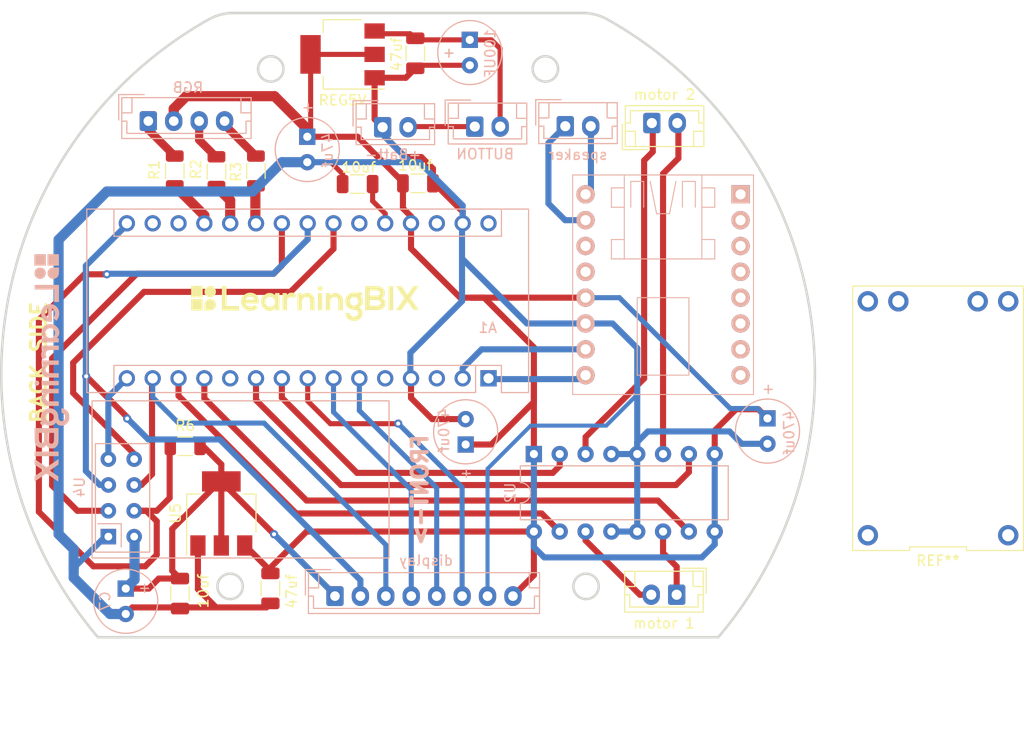
<source format=kicad_pcb>
(kicad_pcb (version 20221018) (generator pcbnew)
  (layers (0 "F.Cu" signal) (31 "B.Cu" signal) (34 "B.Paste" user) (35 "F.Paste" user) (36 "B.SilkS" user "B.Silkscreen") (37 "F.SilkS" user "F.Silkscreen") (38 "B.Mask" user) (39 "F.Mask" user) (44 "Edge.Cuts" user))
  (net 0 "")
  (net 1 "/3V3+")
  (net 2 "Net-(A1-Pad18)")
  (net 3 "Net-(A1-Pad3)")
  (net 4 "Net-(A1-Pad19)")
  (net 5 "/5V-")
  (net 6 "Net-(A1-Pad20)")
  (net 7 "/LEFT_MOTOR_A")
  (net 8 "Net-(A1-Pad21)")
  (net 9 "/NRF_CE")
  (net 10 "/NRF_CS")
  (net 11 "/LEFT_MOTOR_1_SIG")
  (net 12 "/NRF_IRQ")
  (net 13 "/LEFT_MOTOR_2_SIG")
  (net 14 "Net-(A1-Pad25)")
  (net 15 "Net-(A1-Pad26)")
  (net 16 "/RIGHT_MOTOR_B")
  (net 17 "/5V+")
  (net 18 "/RIGHT_MOTOR_1_SIG")
  (net 19 "/RIGHT_MOTOR_2_SIG")
  (net 20 "/NRF_MOSI")
  (net 21 "Net-(A1-Pad30)")
  (net 22 "/NRF_MISO")
  (net 23 "/NRF_SCK")
  (net 24 "Net-(D1-Pad1)")
  (net 25 "Net-(D1-Pad3)")
  (net 26 "Net-(D1-Pad4)")
  (net 27 "/RIGHT_MOTOR_2_DRIV")
  (net 28 "/RIGHT_MOTOR_1_DRIV")
  (net 29 "/LEFT_MOTOR_1_DRIV")
  (net 30 "/LEFT_MOTOR_2_DRIV")
  (net 31 "Net-(A1-Pad28)")
  (net 32 "Net-(A1-Pad17)")
  (net 33 "spk+")
  (net 34 "spk-")
  (net 35 "tx")
  (net 36 "rx")
  (net 37 "rst")
  (net 38 "A0")
  (net 39 "cs")
  (net 40 "batt+")
  (footprint "Capacitor_SMD:C_1206_3216Metric" (layer "F.Cu") (at 219.23 67.11)
    (fp_text reference "10uf" (at -0.254 -1.778) (layer "F.SilkS"))
    (fp_text value "0.1nF")
    (pad "1" smd roundrect (at -1.475 0) (size 1.15 1.8) (layers "F.Cu" "F.Paste" "F.Mask") (roundrect_rratio 0.2173913043) (net 17 "/5V+"))
    (pad "2" smd roundrect (at 1.475 0) (size 1.15 1.8) (layers "F.Cu" "F.Paste" "F.Mask") (roundrect_rratio 0.2173913043) (net 5 "/5V-"))
  )
  (footprint "Capacitor_SMD:C_1206_3216Metric" (layer "F.Cu") (at 213.3 67.18 180)
    (fp_text reference "10uf" (at -0.12 1.64) (layer "F.SilkS"))
    (fp_text value "0.1nF")
    (pad "1" smd roundrect (at -1.475 0 180) (size 1.15 1.8) (layers "F.Cu" "F.Paste" "F.Mask") (roundrect_rratio 0.2173913043) (net 15 "Net-(A1-Pad26)"))
    (pad "2" smd roundrect (at 1.475 0 180) (size 1.15 1.8) (layers "F.Cu" "F.Paste" "F.Mask") (roundrect_rratio 0.2173913043) (net 5 "/5V-"))
  )
  (footprint "Resistor_SMD:R_1206_3216Metric" (layer "F.Cu") (at 195.32 65.89 -90)
    (fp_text reference "R1" (at -0.09 2.02 -270) (layer "F.SilkS"))
    (fp_text value "220E")
    (pad "1" smd roundrect (at -1.4625 0 270) (size 1.125 1.75) (layers "F.Cu" "F.Paste" "F.Mask") (roundrect_rratio 0.2222222222) (net 24 "Net-(D1-Pad1)"))
    (pad "2" smd roundrect (at 1.4625 0 270) (size 1.125 1.75) (layers "F.Cu" "F.Paste" "F.Mask") (roundrect_rratio 0.2222222222) (net 4 "Net-(A1-Pad19)"))
  )
  (footprint "Resistor_SMD:R_1206_3216Metric" (layer "F.Cu") (at 199.42 65.96 -90)
    (fp_text reference "R2" (at -0.23 2.02 -90) (layer "F.SilkS"))
    (fp_text value "220E")
    (pad "1" smd roundrect (at -1.4625 0 270) (size 1.125 1.75) (layers "F.Cu" "F.Paste" "F.Mask") (roundrect_rratio 0.2222222222) (net 25 "Net-(D1-Pad3)"))
    (pad "2" smd roundrect (at 1.4625 0 270) (size 1.125 1.75) (layers "F.Cu" "F.Paste" "F.Mask") (roundrect_rratio 0.2222222222) (net 6 "Net-(A1-Pad20)"))
  )
  (footprint "Resistor_SMD:R_1206_3216Metric" (layer "F.Cu") (at 203.3 65.89 -90)
    (fp_text reference "R3" (at 0.1 1.96 90) (layer "F.SilkS"))
    (fp_text value "220E")
    (pad "1" smd roundrect (at -1.4625 0 270) (size 1.125 1.75) (layers "F.Cu" "F.Paste" "F.Mask") (roundrect_rratio 0.2222222222) (net 26 "Net-(D1-Pad4)"))
    (pad "2" smd roundrect (at 1.4625 0 270) (size 1.125 1.75) (layers "F.Cu" "F.Paste" "F.Mask") (roundrect_rratio 0.2222222222) (net 8 "Net-(A1-Pad21)"))
  )
  (footprint "Capacitor_SMD:C_1206_3216Metric" (layer "F.Cu") (at 195.834 107.442 -90)
    (fp_text reference "10uf" (at -0.254 -2.286 90) (layer "F.SilkS"))
    (fp_text value "0.1nF")
    (pad "1" smd roundrect (at -1.475 0 270) (size 1.15 1.8) (layers "F.Cu" "F.Paste" "F.Mask") (roundrect_rratio 0.2173913043) (net 1 "/3V3+"))
    (pad "2" smd roundrect (at 1.475 0 270) (size 1.15 1.8) (layers "F.Cu" "F.Paste" "F.Mask") (roundrect_rratio 0.2173913043) (net 5 "/5V-"))
  )
  (footprint "Connector_JST:JST_EH_B2B-EH-A_1x02_P2.50mm_Vertical" (layer "F.Cu") (at 244.67 107.56 180)
    (fp_text reference "motor 1" (at 1.25 -2.8) (layer "F.SilkS"))
    (fp_text value "RIGHT_MOTOR_SOCKET")
    (pad "1" thru_hole roundrect (at 0 0 180) (size 1.7 2) (drill 1) (layers "*.Cu" "*.Mask") (roundrect_rratio 0.1470588235) (net 28 "/RIGHT_MOTOR_1_DRIV"))
    (pad "2" thru_hole oval (at 2.5 0 180) (size 1.7 2) (drill 1) (layers "*.Cu" "*.Mask") (net 27 "/RIGHT_MOTOR_2_DRIV"))
  )
  (footprint "Resistor_SMD:R_1206_3216Metric" (layer "F.Cu") (at 196.342 92.964)
    (fp_text reference "R6" (at 0 -2.032) (layer "F.SilkS"))
    (fp_text value "10K")
    (pad "1" smd roundrect (at -1.4625 0) (size 1.125 1.75) (layers "F.Cu" "F.Paste" "F.Mask") (roundrect_rratio 0.2222222222) (net 10 "/NRF_CS"))
    (pad "2" smd roundrect (at 1.4625 0) (size 1.125 1.75) (layers "F.Cu" "F.Paste" "F.Mask") (roundrect_rratio 0.2222222222) (net 1 "/3V3+"))
  )
  (footprint "Connector_JST:JST_EH_B2B-EH-A_1x02_P2.50mm_Vertical" (layer "F.Cu") (at 242.23 61.18)
    (fp_text reference "motor 2" (at 1.25 -2.8) (layer "F.SilkS"))
    (fp_text value "LEFT_MOTOR_SOCKET")
    (pad "1" thru_hole roundrect (at 0 0) (size 1.7 2) (drill 1) (layers "*.Cu" "*.Mask") (roundrect_rratio 0.1470588235) (net 29 "/LEFT_MOTOR_1_DRIV"))
    (pad "2" thru_hole oval (at 2.5 0) (size 1.7 2) (drill 1) (layers "*.Cu" "*.Mask") (net 30 "/LEFT_MOTOR_2_DRIV"))
  )
  (footprint "legends_icons:logo_medium" (layer "F.Cu") (at 207.75 79.07)
    (fp_text reference "Ref**" hide)
    (fp_text value "logo_mid" hide)
  )
  (footprint "Capacitor_SMD:C_1206_3216Metric" (layer "F.Cu") (at 204.724 106.934 -90)
    (fp_text reference "47uf" (at 0.296 -2.076 90) (layer "F.SilkS"))
    (fp_text value "0.1nF")
    (pad "1" smd roundrect (at -1.475 0 270) (size 1.15 1.8) (layers "F.Cu" "F.Paste" "F.Mask") (roundrect_rratio 0.2173913043) (net 17 "/5V+"))
    (pad "2" smd roundrect (at 1.475 0 270) (size 1.15 1.8) (layers "F.Cu" "F.Paste" "F.Mask") (roundrect_rratio 0.2173913043) (net 5 "/5V-"))
  )
  (footprint "Package_TO_SOT_SMD:SOT-223-3_TabPin2" (layer "F.Cu") (at 199.898 99.568 90)
    (fp_text reference "U5" (at 0 -4.5 90) (layer "F.SilkS"))
    (fp_text value "AMS1117-3.3")
    (pad "1" smd rect (at -3.15 -2.3 90) (size 2 1.5) (layers "F.Cu" "F.Paste" "F.Mask") (net 5 "/5V-"))
    (pad "2" smd rect (at -3.15 0 90) (size 2 1.5) (layers "F.Cu" "F.Paste" "F.Mask") (net 1 "/3V3+"))
    (pad "2" smd rect (at 3.15 0 90) (size 2 3.8) (layers "F.Cu" "F.Paste" "F.Mask") (net 1 "/3V3+"))
    (pad "3" smd rect (at -3.15 2.3 90) (size 2 1.5) (layers "F.Cu" "F.Paste" "F.Mask") (net 17 "/5V+"))
  )
  (footprint "Capacitor_SMD:C_1206_3216Metric" (layer "F.Cu") (at 218.97 54.32 -90)
    (fp_text reference "47uf" (at 0.1 1.84 90) (layer "F.SilkS"))
    (fp_text value "0.1nF")
    (pad "1" smd roundrect (at -1.475 0 270) (size 1.15 1.8) (layers "F.Cu" "F.Paste" "F.Mask") (roundrect_rratio 0.2173913043) (net 40 "batt+"))
    (pad "2" smd roundrect (at 1.475 0 270) (size 1.15 1.8) (layers "F.Cu" "F.Paste" "F.Mask") (roundrect_rratio 0.2173913043) (net 5 "/5V-"))
  )
  (footprint "Package_TO_SOT_SMD:SOT-223-3_TabPin2" (layer "F.Cu") (at 211.82 54.43 180)
    (fp_text reference "REG5V" (at 0 -4.5) (layer "F.SilkS"))
    (fp_text value "AMS1117-3.3")
    (pad "1" smd rect (at -3.15 -2.3 180) (size 2 1.5) (layers "F.Cu" "F.Paste" "F.Mask") (net 5 "/5V-"))
    (pad "2" smd rect (at -3.15 0 180) (size 2 1.5) (layers "F.Cu" "F.Paste" "F.Mask") (net 17 "/5V+"))
    (pad "2" smd rect (at 3.15 0 180) (size 2 3.8) (layers "F.Cu" "F.Paste" "F.Mask") (net 17 "/5V+"))
    (pad "3" smd rect (at -3.15 2.3 180) (size 2 1.5) (layers "F.Cu" "F.Paste" "F.Mask") (net 40 "batt+"))
  )
  (footprint "CHARGING MODULE:TP4056_MODULE" (layer "F.Cu") (at 270.37 90.21 90)
    (fp_text reference "REF**" (at -14 0) (layer "F.SilkS"))
    (fp_text value "TP4056_BREAKOUT")
    (pad "1" thru_hole circle (at -11.5 -6.9 90) (size 2 2) (drill 1.2) (layers "*.Cu" "*.Mask"))
    (pad "2" thru_hole circle (at -11.5 6.9 90) (size 2 2) (drill 1.2) (layers "*.Cu" "*.Mask"))
    (pad "3" thru_hole circle (at 11.5 -3.9 90) (size 2 2) (drill 1.2) (layers "*.Cu" "*.Mask"))
    (pad "4" thru_hole circle (at 11.5 3.9 90) (size 2 2) (drill 1.2) (layers "*.Cu" "*.Mask"))
    (pad "5" thru_hole circle (at 11.5 -6.9 90) (size 2 2) (drill 1.2) (layers "*.Cu" "*.Mask"))
    (pad "6" thru_hole circle (at 11.5 6.9 90) (size 2 2) (drill 1.2) (layers "*.Cu" "*.Mask"))
  )
  (footprint "capacitor_footprint:100uf_25v" (layer "B.Cu") (at 208.35 63.78 -90)
    (fp_text reference "47uf" (at 0.07202 -2.0037 90) (layer "B.SilkS") (effects (justify mirror)))
    (fp_text value "100uF25V")
    (fp_text user "+" (at -4.1021 -0.00762 90) (layer "B.SilkS") (effects (justify mirror)))
    (pad "1" thru_hole rect (at -1.25 0 270) (size 1.6 1.6) (drill 0.8) (layers "*.Cu" "*.Mask") (net 17 "/5V+"))
    (pad "2" thru_hole circle (at 1.25 0 270) (size 1.6 1.6) (drill 0.8) (layers "*.Cu" "*.Mask") (net 5 "/5V-"))
  )
  (footprint "capacitor_footprint:100uf_25v" (layer "B.Cu") (at 253.6 91.47 -90)
    (fp_text reference "470uf" (at 0.15 -2.13 90) (layer "B.SilkS") (effects (justify mirror)))
    (fp_text value "100uF25V")
    (fp_text user "+" (at -4.1021 -0.00762 90) (layer "B.SilkS") (effects (justify mirror)))
    (pad "1" thru_hole rect (at -1.25 0 270) (size 1.6 1.6) (drill 0.8) (layers "*.Cu" "*.Mask") (net 17 "/5V+"))
    (pad "2" thru_hole circle (at 1.25 0 270) (size 1.6 1.6) (drill 0.8) (layers "*.Cu" "*.Mask") (net 5 "/5V-"))
  )
  (footprint "capacitor_footprint:100uf_25v" (layer "B.Cu") (at 190.5 108.204 -90)
    (fp_text reference "C7" (at 0 2.032 270) (layer "B.SilkS") (effects (justify mirror)))
    (fp_text value "100uF25V")
    (fp_text user "+" (at -1.27 -1.778 90) (layer "B.SilkS") (effects (justify mirror)))
    (pad "1" thru_hole rect (at -1.25 0 270) (size 1.6 1.6) (drill 0.8) (layers "*.Cu" "*.Mask") (net 1 "/3V3+"))
    (pad "2" thru_hole circle (at 1.25 0 270) (size 1.6 1.6) (drill 0.8) (layers "*.Cu" "*.Mask") (net 5 "/5V-"))
  )
  (footprint "Connector_JST:JST_EH_B4B-EH-A_1x04_P2.50mm_Vertical" (layer "B.Cu") (at 192.72 60.99)
    (fp_text reference "RGB" (at 3.9 -3.3 180) (layer "B.SilkS") (effects (justify mirror)))
    (fp_text value "LED_RAGB")
    (pad "1" thru_hole roundrect (at 0 0) (size 1.7 1.95) (drill 0.95) (layers "*.Cu" "*.Mask") (roundrect_rratio 0.1470588235) (net 24 "Net-(D1-Pad1)"))
    (pad "2" thru_hole oval (at 2.5 0) (size 1.7 1.95) (drill 0.95) (layers "*.Cu" "*.Mask") (net 17 "/5V+"))
    (pad "3" thru_hole oval (at 5 0) (size 1.7 1.95) (drill 0.95) (layers "*.Cu" "*.Mask") (net 25 "Net-(D1-Pad3)"))
    (pad "4" thru_hole oval (at 7.5 0) (size 1.7 1.95) (drill 0.95) (layers "*.Cu" "*.Mask") (net 26 "Net-(D1-Pad4)"))
  )
  (footprint "nano:Arduino_Nano" (layer "B.Cu") (at 226.17 86.28 90)
    (fp_text reference "A1" (at 4.98 -0.08 180) (layer "B.SilkS") (effects (justify mirror)))
    (fp_text value "Arduino_Nano_Every")
    (pad "1" thru_hole rect (at 0 0 90) (size 1.6 1.6) (drill 1) (layers "*.Cu" "*.Mask") (net 36 "rx"))
    (pad "2" thru_hole oval (at 0 -2.54 90) (size 1.6 1.6) (drill 1) (layers "*.Cu" "*.Mask") (net 35 "tx"))
    (pad "3" thru_hole oval (at 0 -5.08 90) (size 1.6 1.6) (drill 1) (layers "*.Cu" "*.Mask") (net 3 "Net-(A1-Pad3)"))
    (pad "4" thru_hole oval (at 0 -7.62 90) (size 1.6 1.6) (drill 1) (layers "*.Cu" "*.Mask") (net 5 "/5V-"))
    (pad "5" thru_hole oval (at 0 -10.16 90) (size 1.6 1.6) (drill 1) (layers "*.Cu" "*.Mask") (net 7 "/LEFT_MOTOR_A"))
    (pad "6" thru_hole oval (at 0 -12.7 90) (size 1.6 1.6) (drill 1) (layers "*.Cu" "*.Mask") (net 37 "rst"))
    (pad "7" thru_hole oval (at 0 -15.24 90) (size 1.6 1.6) (drill 1) (layers "*.Cu" "*.Mask") (net 38 "A0"))
    (pad "8" thru_hole oval (at 0 -17.78 90) (size 1.6 1.6) (drill 1) (layers "*.Cu" "*.Mask") (net 39 "cs"))
    (pad "9" thru_hole oval (at 0 -20.32 90) (size 1.6 1.6) (drill 1) (layers "*.Cu" "*.Mask") (net 11 "/LEFT_MOTOR_1_SIG"))
    (pad "10" thru_hole oval (at 0 -22.86 90) (size 1.6 1.6) (drill 1) (layers "*.Cu" "*.Mask") (net 13 "/LEFT_MOTOR_2_SIG"))
    (pad "11" thru_hole oval (at 0 -25.4 90) (size 1.6 1.6) (drill 1) (layers "*.Cu" "*.Mask") (net 16 "/RIGHT_MOTOR_B"))
    (pad "12" thru_hole oval (at 0 -27.94 90) (size 1.6 1.6) (drill 1) (layers "*.Cu" "*.Mask") (net 18 "/RIGHT_MOTOR_1_SIG"))
    (pad "13" thru_hole oval (at 0 -30.48 90) (size 1.6 1.6) (drill 1) (layers "*.Cu" "*.Mask") (net 19 "/RIGHT_MOTOR_2_SIG"))
    (pad "14" thru_hole oval (at 0 -33.02 90) (size 1.6 1.6) (drill 1) (layers "*.Cu" "*.Mask") (net 20 "/NRF_MOSI"))
    (pad "15" thru_hole oval (at 0 -35.56 90) (size 1.6 1.6) (drill 1) (layers "*.Cu" "*.Mask") (net 22 "/NRF_MISO"))
    (pad "16" thru_hole oval (at 15.24 -35.56 90) (size 1.6 1.6) (drill 1) (layers "*.Cu" "*.Mask") (net 23 "/NRF_SCK"))
    (pad "17" thru_hole oval (at 15.24 -33.02 90) (size 1.6 1.6) (drill 1) (layers "*.Cu" "*.Mask") (net 32 "Net-(A1-Pad17)"))
    (pad "18" thru_hole oval (at 15.24 -30.48 90) (size 1.6 1.6) (drill 1) (layers "*.Cu" "*.Mask") (net 2 "Net-(A1-Pad18)"))
    (pad "19" thru_hole oval (at 15.24 -27.94 90) (size 1.6 1.6) (drill 1) (layers "*.Cu" "*.Mask") (net 4 "Net-(A1-Pad19)"))
    (pad "20" thru_hole oval (at 15.24 -25.4 90) (size 1.6 1.6) (drill 1) (layers "*.Cu" "*.Mask") (net 6 "Net-(A1-Pad20)"))
    (pad "21" thru_hole oval (at 15.24 -22.86 90) (size 1.6 1.6) (drill 1) (layers "*.Cu" "*.Mask") (net 8 "Net-(A1-Pad21)"))
    (pad "22" thru_hole oval (at 15.24 -20.32 90) (size 1.6 1.6) (drill 1) (layers "*.Cu" "*.Mask") (net 9 "/NRF_CE"))
    (pad "23" thru_hole oval (at 15.24 -17.78 90) (size 1.6 1.6) (drill 1) (layers "*.Cu" "*.Mask") (net 10 "/NRF_CS"))
    (pad "24" thru_hole oval (at 15.24 -15.24 90) (size 1.6 1.6) (drill 1) (layers "*.Cu" "*.Mask") (net 12 "/NRF_IRQ"))
    (pad "25" thru_hole oval (at 15.24 -12.7 90) (size 1.6 1.6) (drill 1) (layers "*.Cu" "*.Mask") (net 14 "Net-(A1-Pad25)"))
    (pad "26" thru_hole oval (at 15.24 -10.16 90) (size 1.6 1.6) (drill 1) (layers "*.Cu" "*.Mask") (net 15 "Net-(A1-Pad26)"))
    (pad "27" thru_hole oval (at 15.24 -7.62 90) (size 1.6 1.6) (drill 1) (layers "*.Cu" "*.Mask") (net 17 "/5V+"))
    (pad "28" thru_hole oval (at 15.24 -5.08 90) (size 1.6 1.6) (drill 1) (layers "*.Cu" "*.Mask") (net 31 "Net-(A1-Pad28)"))
    (pad "29" thru_hole oval (at 15.24 -2.54 90) (size 1.6 1.6) (drill 1) (layers "*.Cu" "*.Mask") (net 5 "/5V-"))
    (pad "30" thru_hole oval (at 15.24 0 90) (size 1.6 1.6) (drill 1) (layers "*.Cu" "*.Mask") (net 21 "Net-(A1-Pad30)"))
  )
  (footprint "nrf24l01:nRF24L01_Breakout" (layer "B.Cu") (at 188.7895 101.8457)
    (fp_text reference "U4" (at -2.8321 -4.8641 90) (layer "B.SilkS") (effects (justify mirror)))
    (fp_text value "NRF24L01_Breakout")
    (pad "1" thru_hole rect (at 0 0) (size 1.524 1.524) (drill 0.762) (layers "*.Cu" "*.Mask") (net 5 "/5V-"))
    (pad "2" thru_hole circle (at 2.54 0) (size 1.524 1.524) (drill 0.762) (layers "*.Cu" "*.Mask") (net 1 "/3V3+"))
    (pad "3" thru_hole circle (at 0 -2.54) (size 1.524 1.524) (drill 0.762) (layers "*.Cu" "*.Mask") (net 9 "/NRF_CE"))
    (pad "4" thru_hole circle (at 2.54 -2.54) (size 1.524 1.524) (drill 0.762) (layers "*.Cu" "*.Mask") (net 10 "/NRF_CS"))
    (pad "5" thru_hole circle (at 0 -5.08) (size 1.524 1.524) (drill 0.762) (layers "*.Cu" "*.Mask") (net 23 "/NRF_SCK"))
    (pad "6" thru_hole circle (at 2.54 -5.08) (size 1.524 1.524) (drill 0.762) (layers "*.Cu" "*.Mask") (net 20 "/NRF_MOSI"))
    (pad "7" thru_hole circle (at 0 -7.62) (size 1.524 1.524) (drill 0.762) (layers "*.Cu" "*.Mask") (net 22 "/NRF_MISO"))
    (pad "8" thru_hole circle (at 2.54 -7.62) (size 1.524 1.524) (drill 0.762) (layers "*.Cu" "*.Mask") (net 12 "/NRF_IRQ"))
  )
  (footprint "Package_DIP:DIP-16_W7.62mm" (layer "B.Cu") (at 230.632 93.726 -90)
    (fp_text reference "U2" (at 3.81 2.33 90) (layer "B.SilkS") (effects (justify mirror)))
    (fp_text value "L293D")
    (pad "1" thru_hole rect (at 0 0 270) (size 1.6 1.6) (drill 0.8) (layers "*.Cu" "*.Mask") (net 17 "/5V+"))
    (pad "2" thru_hole oval (at 0 -2.54 270) (size 1.6 1.6) (drill 0.8) (layers "*.Cu" "*.Mask") (net 11 "/LEFT_MOTOR_1_SIG"))
    (pad "3" thru_hole oval (at 0 -5.08 270) (size 1.6 1.6) (drill 0.8) (layers "*.Cu" "*.Mask") (net 29 "/LEFT_MOTOR_1_DRIV"))
    (pad "4" thru_hole oval (at 0 -7.62 270) (size 1.6 1.6) (drill 0.8) (layers "*.Cu" "*.Mask") (net 5 "/5V-"))
    (pad "5" thru_hole oval (at 0 -10.16 270) (size 1.6 1.6) (drill 0.8) (layers "*.Cu" "*.Mask") (net 5 "/5V-"))
    (pad "6" thru_hole oval (at 0 -12.7 270) (size 1.6 1.6) (drill 0.8) (layers "*.Cu" "*.Mask") (net 30 "/LEFT_MOTOR_2_DRIV"))
    (pad "7" thru_hole oval (at 0 -15.24 270) (size 1.6 1.6) (drill 0.8) (layers "*.Cu" "*.Mask") (net 13 "/LEFT_MOTOR_2_SIG"))
    (pad "8" thru_hole oval (at 0 -17.78 270) (size 1.6 1.6) (drill 0.8) (layers "*.Cu" "*.Mask") (net 17 "/5V+"))
    (pad "9" thru_hole oval (at 7.62 -17.78 270) (size 1.6 1.6) (drill 0.8) (layers "*.Cu" "*.Mask") (net 17 "/5V+"))
    (pad "10" thru_hole oval (at 7.62 -15.24 270) (size 1.6 1.6) (drill 0.8) (layers "*.Cu" "*.Mask") (net 18 "/RIGHT_MOTOR_1_SIG"))
    (pad "11" thru_hole oval (at 7.62 -12.7 270) (size 1.6 1.6) (drill 0.8) (layers "*.Cu" "*.Mask") (net 28 "/RIGHT_MOTOR_1_DRIV"))
    (pad "12" thru_hole oval (at 7.62 -10.16 270) (size 1.6 1.6) (drill 0.8) (layers "*.Cu" "*.Mask") (net 5 "/5V-"))
    (pad "13" thru_hole oval (at 7.62 -7.62 270) (size 1.6 1.6) (drill 0.8) (layers "*.Cu" "*.Mask") (net 5 "/5V-"))
    (pad "14" thru_hole oval (at 7.62 -5.08 270) (size 1.6 1.6) (drill 0.8) (layers "*.Cu" "*.Mask") (net 27 "/RIGHT_MOTOR_2_DRIV"))
    (pad "15" thru_hole oval (at 7.62 -2.54 270) (size 1.6 1.6) (drill 0.8) (layers "*.Cu" "*.Mask") (net 19 "/RIGHT_MOTOR_2_SIG"))
    (pad "16" thru_hole oval (at 7.62 0 270) (size 1.6 1.6) (drill 0.8) (layers "*.Cu" "*.Mask") (net 17 "/5V+"))
  )
  (footprint "Connector_JST:JST_EH_B2B-EH-A_1x02_P2.50mm_Vertical" (layer "B.Cu") (at 215.76 61.59)
    (fp_text reference "+Batt-" (at 1.02 2.7) (layer "B.SilkS") (effects (justify mirror)))
    (fp_text value "LEFT_MOTOR_SOCKET")
    (pad "1" thru_hole roundrect (at 0 0) (size 1.7 2) (drill 1) (layers "*.Cu" "*.Mask") (roundrect_rratio 0.1470588235) (net 5 "/5V-"))
    (pad "2" thru_hole oval (at 2.5 0) (size 1.7 2) (drill 1) (layers "*.Cu" "*.Mask") (net 40 "batt+"))
  )
  (footprint "Connector_JST:JST_EH_B2B-EH-A_1x02_P2.50mm_Vertical" (layer "B.Cu") (at 233.72 61.49)
    (fp_text reference "speaker" (at 1.25 2.8) (layer "B.SilkS") (effects (justify mirror)))
    (fp_text value "LEFT_MOTOR_SOCKET")
    (pad "1" thru_hole roundrect (at 0 0) (size 1.7 2) (drill 1) (layers "*.Cu" "*.Mask") (roundrect_rratio 0.1470588235) (net 34 "spk-"))
    (pad "2" thru_hole oval (at 2.5 0) (size 1.7 2) (drill 1) (layers "*.Cu" "*.Mask") (net 33 "spk+"))
  )
  (footprint "JQ6500:JQ6500_2x8_P2.54mm" (layer "B.Cu") (at 250.952 68.19 180)
    (fp_text reference "JQ6500-16P" hide)
    (fp_text value "VAL**" hide)
    (pad "1" thru_hole rect (at 0 0 180) (size 1.8 1.8) (drill 1) (layers "*.Cu" "*.Mask" "B.SilkS"))
    (pad "2" thru_hole circle (at 0 -2.54 180) (size 1.8 1.8) (drill 1) (layers "*.Cu" "*.Mask" "B.SilkS"))
    (pad "3" thru_hole circle (at 0 -5.08 180) (size 1.8 1.8) (drill 1) (layers "*.Cu" "*.Mask" "B.SilkS"))
    (pad "4" thru_hole circle (at 0 -7.62 180) (size 1.8 1.8) (drill 1) (layers "*.Cu" "*.Mask" "B.SilkS"))
    (pad "5" thru_hole circle (at 0 -10.16 180) (size 1.8 1.8) (drill 1) (layers "*.Cu" "*.Mask" "B.SilkS"))
    (pad "6" thru_hole circle (at 0 -12.7 180) (size 1.8 1.8) (drill 1) (layers "*.Cu" "*.Mask" "B.SilkS"))
    (pad "7" thru_hole circle (at 0 -15.24) (size 1.8 1.8) (drill 1) (layers "*.Cu" "*.Mask" "B.SilkS"))
    (pad "8" thru_hole circle (at 0 -17.78) (size 1.8 1.8) (drill 1) (layers "*.Cu" "*.Mask" "B.SilkS"))
    (pad "9" thru_hole circle (at 15.24 -17.78) (size 1.8 1.8) (drill 1) (layers "*.Cu" "*.Mask" "B.SilkS") (net 36 "rx"))
    (pad "10" thru_hole circle (at 15.24 -15.24) (size 1.8 1.8) (drill 1) (layers "*.Cu" "*.Mask" "B.SilkS") (net 35 "tx"))
    (pad "11" thru_hole circle (at 15.24 -12.7) (size 1.8 1.8) (drill 1) (layers "*.Cu" "*.Mask" "B.SilkS") (net 5 "/5V-"))
    (pad "12" thru_hole circle (at 15.24 -10.16) (size 1.8 1.8) (drill 1) (layers "*.Cu" "*.Mask" "B.SilkS") (net 17 "/5V+"))
    (pad "13" thru_hole circle (at 15.24 -7.62) (size 1.8 1.8) (drill 1) (layers "*.Cu" "*.Mask" "B.SilkS"))
    (pad "14" thru_hole circle (at 15.24 -5.08) (size 1.8 1.8) (drill 1) (layers "*.Cu" "*.Mask" "B.SilkS"))
    (pad "15" thru_hole circle (at 15.24 -2.54) (size 1.8 1.8) (drill 1) (layers "*.Cu" "*.Mask" "B.SilkS") (net 34 "spk-"))
    (pad "16" thru_hole circle (at 15.24 0) (size 1.8 1.8) (drill 1) (layers "*.Cu" "*.Mask" "B.SilkS") (net 33 "spk+"))
  )
  (footprint "capacitor_footprint:100uf_25v" (layer "B.Cu") (at 224.33 54.25 -90)
    (fp_text reference "100UF" (at 0.07202 -2.0037 90) (layer "B.SilkS") (effects (justify mirror)))
    (fp_text value "100uF25V")
    (fp_text user "+" (at 0.06 2.12 90) (layer "B.SilkS") (effects (justify mirror)))
    (pad "1" thru_hole rect (at -1.25 0 270) (size 1.6 1.6) (drill 0.8) (layers "*.Cu" "*.Mask") (net 40 "batt+"))
    (pad "2" thru_hole circle (at 1.25 0 270) (size 1.6 1.6) (drill 0.8) (layers "*.Cu" "*.Mask") (net 5 "/5V-"))
  )
  (footprint "capacitor_footprint:100uf_25v" (layer "B.Cu") (at 223.92 91.54 90)
    (fp_text reference "470uf" (at 0.15 -2.13 90) (layer "B.SilkS") (effects (justify mirror)))
    (fp_text value "100uF25V")
    (fp_text user "+" (at -4.1021 -0.00762 90) (layer "B.SilkS") (effects (justify mirror)))
    (pad "1" thru_hole rect (at -1.25 0 90) (size 1.6 1.6) (drill 0.8) (layers "*.Cu" "*.Mask") (net 17 "/5V+"))
    (pad "2" thru_hole circle (at 1.25 0 90) (size 1.6 1.6) (drill 0.8) (layers "*.Cu" "*.Mask") (net 5 "/5V-"))
  )
  (footprint "legends_icons:logo_medium" (layer "B.Cu") (at 183.38994 84.890166 -90)
    (fp_text reference "Ref**" hide)
    (fp_text value "logo_mid" hide)
  )
  (footprint "Connector_JST:JST_EH_B2B-EH-A_1x02_P2.50mm_Vertical" (layer "B.Cu") (at 224.82 61.53)
    (fp_text reference "BUTTON" (at 1.02 2.7) (layer "B.SilkS") (effects (justify mirror)))
    (fp_text value "LEFT_MOTOR_SOCKET")
    (pad "1" thru_hole roundrect (at 0 0) (size 1.7 2) (drill 1) (layers "*.Cu" "*.Mask") (roundrect_rratio 0.1470588235) (net 40 "batt+"))
    (pad "2" thru_hole oval (at 2.5 0) (size 1.7 2) (drill 1) (layers "*.Cu" "*.Mask") (net 40 "batt+"))
  )
  (footprint "Connector_JST:JST_EH_B8B-EH-A_1x08_P2.50mm_Vertical" (layer "B.Cu") (at 211.074 107.696)
    (fp_text reference "display" (at 8.956 -3.506) (layer "B.SilkS") (effects (justify mirror)))
    (fp_text value "JST_EH_B8B-EH-A_1x08_P2.50mm_Vertical")
    (pad "1" thru_hole roundrect (at 0 0) (size 1.7 1.95) (drill 0.95) (layers "*.Cu" "*.Mask") (roundrect_rratio 0.1470588235) (net 1 "/3V3+"))
    (pad "2" thru_hole oval (at 2.5 0) (size 1.7 1.95) (drill 0.95) (layers "*.Cu" "*.Mask") (net 23 "/NRF_SCK"))
    (pad "3" thru_hole oval (at 5 0) (size 1.7 1.95) (drill 0.95) (layers "*.Cu" "*.Mask") (net 20 "/NRF_MOSI"))
    (pad "4" thru_hole oval (at 7.5 0) (size 1.7 1.95) (drill 0.95) (layers "*.Cu" "*.Mask") (net 38 "A0"))
    (pad "5" thru_hole oval (at 10 0) (size 1.7 1.95) (drill 0.95) (layers "*.Cu" "*.Mask") (net 37 "rst"))
    (pad "6" thru_hole oval (at 12.5 0) (size 1.7 1.95) (drill 0.95) (layers "*.Cu" "*.Mask") (net 39 "cs"))
    (pad "7" thru_hole oval (at 15 0) (size 1.7 1.95) (drill 0.95) (layers "*.Cu" "*.Mask") (net 5 "/5V-"))
    (pad "8" thru_hole oval (at 17.5 0) (size 1.7 1.95) (drill 0.95) (layers "*.Cu" "*.Mask") (net 17 "/5V+"))
  )
  (gr_arc (start 198.6365 51.00391) (mid 199.825557 50.522646) (end 201.097809 50.358779) (stroke (width 0.25)) (layer "Edge.Cuts"))
  (gr_circle (center 235.76 106.74) (end 237.01 106.74) (stroke (width 0.25)) (fill none) (layer "Edge.Cuts"))
  (gr_line (start 187.762873 111.74) (end 248.76 111.74) (stroke (width 0.25)) (layer "Edge.Cuts"))
  (gr_line (start 235.425064 50.358779) (end 201.097809 50.358779) (stroke (width 0.25)) (layer "Edge.Cuts"))
  (gr_arc (start 237.886373 51.00391) (mid 257.635407 78.809628) (end 248.76 111.74) (stroke (width 0.25)) (layer "Edge.Cuts"))
  (gr_circle (center 204.761436 55.858779) (end 206.011436 55.858779) (stroke (width 0.25)) (fill none) (layer "Edge.Cuts"))
  (gr_arc (start 187.762873 111.74) (mid 178.887467 78.809628) (end 198.6365 51.00391) (stroke (width 0.25)) (layer "Edge.Cuts"))
  (gr_circle (center 200.762873 106.74) (end 202.012873 106.74) (stroke (width 0.25)) (fill none) (layer "Edge.Cuts"))
  (gr_arc (start 235.425064 50.358779) (mid 236.697319 50.52263) (end 237.886373 51.00391) (stroke (width 0.25)) (layer "Edge.Cuts"))
  (gr_circle (center 231.761436 55.858779) (end 233.011436 55.858779) (stroke (width 0.25)) (fill none) (layer "Edge.Cuts"))
  (gr_text "FRONT->" (at 219.43 97.28 90) (layer "B.SilkS") (effects (font (size 1.5 1.5) (thickness 0.375)) (justify mirror)))
  (gr_text "BACK SIDE" (at 181.95 84.7 90) (layer "F.SilkS") (effects (font (size 1.5 1.5) (thickness 0.3))))
  (segment (start 192.766 106.954) (end 193.753 105.967) (width 0.6) (layer "F.Cu") (net 1))
  (segment (start 199.898 94.742) (end 199.898 96.418) (width 0.6) (layer "F.Cu") (net 1))
  (segment (start 197.8045 92.964) (end 198.12 92.964) (width 0.6) (layer "F.Cu") (net 1))
  (segment (start 199.898 96.418) (end 199.898 102.718) (width 0.6) (layer "F.Cu") (net 1))
  (segment (start 199.898 96.418) (end 199.898 96.428) (width 0.6) (layer "F.Cu") (net 1))
  (segment (start 199.898 96.428) (end 205.08 101.61) (width 0.6) (layer "F.Cu") (net 1))
  (segment (start 199.898 96.418) (end 199.746 96.418) (width 0.6) (layer "F.Cu") (net 1))
  (segment (start 195.072 101.092) (end 195.072 105.205) (width 0.6) (layer "F.Cu") (net 1))
  (segment (start 190.5 106.954) (end 192.766 106.954) (width 0.6) (layer "F.Cu") (net 1))
  (segment (start 199.746 96.418) (end 195.072 101.092) (width 0.6) (layer "F.Cu") (net 1))
  (segment (start 195.072 105.205) (end 195.834 105.967) (width 0.6) (layer "F.Cu") (net 1))
  (segment (start 198.12 92.964) (end 199.898 94.742) (width 0.6) (layer "F.Cu") (net 1))
  (segment (start 193.753 105.967) (end 195.834 105.967) (width 0.6) (layer "F.Cu") (net 1))
  (via (at 205.08 101.61) (size 0.8) (drill 0.4) (layers "F.Cu" "B.Cu") (net 1))
  (segment (start 191.3295 101.8457) (end 191.3676 101.8838) (width 1) (layer "B.Cu") (net 1))
  (segment (start 211.074 107.594) (end 205.09 101.61) (width 0.6) (layer "B.Cu") (net 1))
  (segment (start 211.074 107.696) (end 211.074 107.594) (width 0.6) (layer "B.Cu") (net 1))
  (segment (start 205.09 101.61) (end 205.08 101.61) (width 0.6) (layer "B.Cu") (net 1))
  (segment (start 205.08 101.6) (end 205.02 101.54) (width 0.6) (layer "B.Cu") (net 1))
  (segment (start 191.3676 106.0864) (end 190.5 106.954) (width 1) (layer "B.Cu") (net 1))
  (segment (start 205.08 101.61) (end 205.08 101.6) (width 0.6) (layer "B.Cu") (net 1))
  (segment (start 191.3676 101.8838) (end 191.3676 106.0864) (width 1) (layer "B.Cu") (net 1))
  (segment (start 198.23 70.2625) (end 195.32 67.3525) (width 1) (layer "F.Cu") (net 4))
  (segment (start 198.23 71.04) (end 198.23 70.2625) (width 1) (layer "F.Cu") (net 4))
  (segment (start 211.825 66.185) (end 210.67 65.03) (width 0.5) (layer "F.Cu") (net 5))
  (segment (start 197.598 107.013) (end 199.39 108.805) (width 0.6) (layer "F.Cu") (net 5))
  (segment (start 220.705 65.665) (end 220.705 67.11) (width 0.6) (layer "F.Cu") (net 5))
  (segment (start 210.67 65.03) (end 208.35 65.03) (width 0.5) (layer "F.Cu") (net 5))
  (segment (start 195.834 108.917) (end 195.946 108.805) (width 0.6) (layer "F.Cu") (net 5))
  (segment (start 217.98 64.52) (end 219.56 64.52) (width 0.6) (layer "F.Cu") (net 5))
  (segment (start 191.149 108.805) (end 190.5 109.454) (width 0.6) (layer "F.Cu") (net 5))
  (segment (start 195.834 108.917) (end 195.722 108.805) (width 0.6) (layer "F.Cu") (net 5))
  (segment (start 216.22 61.68) (end 215.85 61.68) (width 0.5) (layer "F.Cu") (net 5))
  (segment (start 199.39 108.805) (end 204.328 108.805) (width 0.6) (layer "F.Cu") (net 5))
  (segment (start 215.76 61.59) (end 215.76 62.3) (width 0.6) (layer "F.Cu") (net 5))
  (segment (start 218.55 88.21) (end 220.63 90.29) (width 0.6) (layer "F.Cu") (net 5))
  (segment (start 214.97 60.8) (end 214.97 56.73) (width 0.6) (layer "F.Cu") (net 5))
  (segment (start 215.76 61.59) (end 214.97 60.8) (width 0.6) (layer "F.Cu") (net 5))
  (segment (start 220.845 67.11) (end 223.63 69.895) (width 0.6) (layer "F.Cu") (net 5))
  (segment (start 218.55 86.28) (end 218.55 88.21) (width 0.6) (layer "F.Cu") (net 5))
  (segment (start 204.328 108.805) (end 204.724 108.409) (width 0.6) (layer "F.Cu") (net 5))
  (segment (start 220.705 67.11) (end 220.845 67.11) (width 0.6) (layer "F.Cu") (net 5))
  (segment (start 215.85 61.68) (end 215.76 61.59) (width 0.5) (layer "F.Cu") (net 5))
  (segment (start 219.265 55.5) (end 218.97 55.795) (width 0.5) (layer "F.Cu") (net 5))
  (segment (start 224.33 55.5) (end 219.265 55.5) (width 0.5) (layer "F.Cu") (net 5))
  (segment (start 223.63 69.895) (end 223.63 71.04) (width 0.6) (layer "F.Cu") (net 5))
  (segment (start 195.946 108.805) (end 199.39 108.805) (width 0.6) (layer "F.Cu") (net 5))
  (segment (start 218.035 56.73) (end 218.97 55.795) (width 0.6) (layer "F.Cu") (net 5))
  (segment (start 214.97 56.73) (end 218.035 56.73) (width 0.6) (layer "F.Cu") (net 5))
  (segment (start 219.56 64.52) (end 220.705 65.665) (width 0.6) (layer "F.Cu") (net 5))
  (segment (start 195.722 108.805) (end 191.149 108.805) (width 0.6) (layer "F.Cu") (net 5))
  (segment (start 197.598 102.718) (end 197.598 107.013) (width 0.6) (layer "F.Cu") (net 5))
  (segment (start 220.63 90.29) (end 223.92 90.29) (width 0.6) (layer "F.Cu") (net 5))
  (segment (start 211.825 67.18) (end 211.825 66.185) (width 0.5) (layer "F.Cu") (net 5))
  (segment (start 215.76 62.3) (end 217.98 64.52) (width 0.6) (layer "F.Cu") (net 5))
  (segment (start 226.074 107.696) (end 226.074 95.176) (width 0.4) (layer "B.Cu") (net 5))
  (segment (start 188.7895 101.8457) (end 188.4763 101.8457) (width 0.6) (layer "B.Cu") (net 5))
  (segment (start 235.712 80.89) (end 229.9504 80.89) (width 0.6) (layer "B.Cu") (net 5))
  (segment (start 240.792 101.346) (end 238.252 101.346) (width 0.6) (layer "B.Cu") (net 5))
  (segment (start 230.318 90.932) (end 237.744 90.932) (width 0.4) (layer "B.Cu") (net 5))
  (segment (start 183.896 101.6) (end 183.896 72.654) (width 1) (layer "B.Cu") (net 5))
  (segment (start 223.5652 71.1048) (end 223.63 71.04) (width 0.6) (layer "B.Cu") (net 5))
  (segment (start 240.792 93.726) (end 240.792 92.548) (width 0.6) (layer "B.Cu") (net 5))
  (segment (start 223.63 71.04) (end 223.63 69.29) (width 0.6) (layer "B.Cu") (net 5))
  (segment (start 183.896 72.654) (end 188.64 67.91) (width 1) (layer "B.Cu") (net 5))
  (segment (start 188.4763 101.8457) (end 185.384815 104.937185) (width 0.6) (layer "B.Cu") (net 5))
  (segment (start 188.64 67.91) (end 202.97 67.91) (width 1) (layer "B.Cu") (net 5))
  (segment (start 249.86 91.5) (end 251.08 92.72) (width 0.6) (layer "B.Cu") (net 5))
  (segment (start 240.792 87.884) (end 240.792 83.312) (width 0.6) (layer "B.Cu") (net 5))
  (segment (start 223.5652 78.6948) (end 223.5652 74.5048) (width 0.6) (layer "B.Cu") (net 5))
  (segment (start 188.956 109.454) (end 190.5 109.454) (width 1) (layer "B.Cu") (net 5))
  (segment (start 238.252 93.726) (end 240.792 93.726) (width 0.6) (layer "B.Cu") (net 5))
  (segment (start 185.384815 104.937185) (end 185.37969 104.93206) (width 1) (layer "B.Cu") (net 5))
  (segment (start 226.074 95.176) (end 230.318 90.932) (width 0.4) (layer "B.Cu") (net 5))
  (segment (start 215.76 62.3) (end 215.76 61.59) (width 0.6) (layer "B.Cu") (net 5))
  (segment (start 237.744 90.932) (end 240.792 87.884) (width 0.4) (layer "B.Cu") (net 5))
  (segment (start 218.49 65.03) (end 215.76 62.3) (width 0.6) (layer "B.Cu") (net 5))
  (segment (start 218.4852 83.7748) (end 223.5652 78.6948) (width 0.6) (layer "B.Cu") (net 5))
  (segment (start 185.384815 104.937185) (end 185.384815 105.882815) (width 1) (layer "B.Cu") (net 5))
  (segment (start 223.63 69.29) (end 219.37 65.03) (width 0.6) (layer "B.Cu") (net 5))
  (segment (start 251.08 92.72) (end 253.6 92.72) (width 0.6) (layer "B.Cu") (net 5))
  (segment (start 240.792 93.726) (end 240.792 87.884) (width 0.6) (layer "B.Cu") (net 5))
  (segment (start 205.85 65.03) (end 208.35 65.03) (width 1) (layer "B.Cu") (net 5))
  (segment (start 185.37969 103.08369) (end 183.896 101.6) (width 1) (layer "B.Cu") (net 5))
  (segment (start 240.792 92.548) (end 241.84 91.5) (width 0.6) (layer "B.Cu") (net 5))
  (segment (start 229.9504 80.89) (end 223.5652 74.5048) (width 0.6) (layer "B.Cu") (net 5))
  (segment (start 217.96 65.03) (end 208.35 65.03) (width 0.6) (layer "B.Cu") (net 5))
  (segment (start 218.4852 86.2152) (end 218.4852 83.7748) (width 0.6) (layer "B.Cu") (net 5))
  (segment (start 202.97 67.91) (end 205.85 65.03) (width 1) (layer "B.Cu") (net 5))
  (segment (start 185.37969 104.93206) (end 185.37969 103.08369) (width 1) (layer "B.Cu") (net 5))
  (segment (start 185.384815 105.882815) (end 188.956 109.454) (width 1) (layer "B.Cu") (net 5))
  (segment (start 241.84 91.5) (end 249.86 91.5) (width 0.6) (layer "B.Cu") (net 5))
  (segment (start 238.37 80.89) (end 235.712 80.89) (width 0.6) (layer "B.Cu") (net 5))
  (segment (start 240.792 83.312) (end 238.37 80.89) (width 0.6) (layer "B.Cu") (net 5))
  (segment (start 218.84 65.03) (end 218.49 65.03) (width 0.6) (layer "B.Cu") (net 5))
  (segment (start 218.55 86.28) (end 218.4852 86.2152) (width 0.6) (layer "B.Cu") (net 5))
  (segment (start 223.5652 74.5048) (end 223.5652 71.1048) (width 0.6) (layer "B.Cu") (net 5))
  (segment (start 240.792 93.726) (end 240.792 101.346) (width 0.6) (layer "B.Cu") (net 5))
  (segment (start 219.37 65.03) (end 217.96 65.03) (width 0.6) (layer "B.Cu") (net 5))
  (segment (start 200.77 71.04) (end 200.77 68.78) (width 1) (layer "F.Cu") (net 6))
  (segment (start 200.77 68.78) (end 199.42 67.43) (width 1) (layer "F.Cu") (net 6))
  (segment (start 199.42 67.43) (end 199.42 67.4225) (width 1) (layer "F.Cu") (net 6))
  (segment (start 216.01 86.28) (end 215.9452 86.2152) (width 0.6) (layer "F.Cu") (net 7))
  (segment (start 203.2452 70.9752) (end 203.2452 67.4073) (width 1) (layer "F.Cu") (net 8))
  (segment (start 203.2452 67.4073) (end 203.3 67.3525) (width 1) (layer "F.Cu") (net 8))
  (segment (start 203.31 71.04) (end 203.2452 70.9752) (width 1) (layer "F.Cu") (net 8))
  (segment (start 188.7895 99.3057) (end 185.7457 99.3057) (width 0.6) (layer "F.Cu") (net 9))
  (segment (start 191.58 76) (end 205.04 76) (width 0.6) (layer "F.Cu") (net 9))
  (segment (start 185.7457 99.3057) (end 183.26 96.82) (width 0.6) (layer "F.Cu") (net 9))
  (segment (start 205.85 75.19) (end 205.85 71.04) (width 0.6) (layer "F.Cu") (net 9))
  (segment (start 183.26 84.32) (end 191.58 76) (width 0.6) (layer "F.Cu") (net 9))
  (segment (start 205.04 76) (end 205.85 75.19) (width 0.6) (layer "F.Cu") (net 9))
  (segment (start 183.26 96.82) (end 183.26 84.32) (width 0.6) (layer "F.Cu") (net 9))
  (segment (start 191.3295 99.3057) (end 193.5563 99.3057) (width 0.6) (layer "F.Cu") (net 10))
  (segment (start 181.96 99.4104) (end 187.3163 104.7667) (width 0.6) (layer "F.Cu") (net 10))
  (segment (start 194.818 98.044) (end 194.818 93.0255) (width 0.6) (layer "F.Cu") (net 10))
  (segment (start 193.5563 99.3057) (end 194.818 98.044) (width 0.6) (layer "F.Cu") (net 10))
  (segment (start 181.96 80.53) (end 181.96 99.4104) (width 0.6) (layer "F.Cu") (net 10))
  (segment (start 192.5237 99.3057) (end 191.3295 99.3057) (width 0.6) (layer "F.Cu") (net 10))
  (segment (start 187.3163 104.7667) (end 192.4133 104.7667) (width 0.6) (layer "F.Cu") (net 10))
  (segment (start 192.4133 104.7667) (end 193.548 103.632) (width 0.6) (layer "F.Cu") (net 10))
  (segment (start 193.548 103.632) (end 193.548 100.33) (width 0.6) (layer "F.Cu") (net 10))
  (segment (start 186.44 76.05) (end 181.96 80.53) (width 0.6) (layer "F.Cu") (net 10))
  (segment (start 193.548 100.33) (end 192.5237 99.3057) (width 0.6) (layer "F.Cu") (net 10))
  (segment (start 194.818 93.0255) (end 194.8795 92.964) (width 0.6) (layer "F.Cu") (net 10))
  (segment (start 188.64 76.05) (end 186.44 76.05) (width 0.6) (layer "F.Cu") (net 10))
  (via (at 188.64 76.05) (size 0.8) (drill 0.4) (layers "F.Cu" "B.Cu") (net 10))
  (segment (start 188.64 76.05) (end 188.69 76) (width 0.6) (layer "B.Cu") (net 10))
  (segment (start 208.39 72.62) (end 208.39 71.04) (width 0.6) (layer "B.Cu") (net 10))
  (segment (start 188.69 76) (end 205.01 76) (width 0.6) (layer "B.Cu") (net 10))
  (segment (start 205.01 76) (end 208.39 72.62) (width 0.6) (layer "B.Cu") (net 10))
  (segment (start 205.85 88.19) (end 205.85 86.28) (width 0.6) (layer "F.Cu") (net 11))
  (segment (start 233.172 94.898) (end 232.49 95.58) (width 0.6) (layer "F.Cu") (net 11))
  (segment (start 213.24 95.58) (end 205.85 88.19) (width 0.6) (layer "F.Cu") (net 11))
  (segment (start 233.172 93.726) (end 233.172 94.898) (width 0.6) (layer "F.Cu") (net 11))
  (segment (start 232.49 95.58) (end 213.24 95.58) (width 0.6) (layer "F.Cu") (net 11))
  (segment (start 185.33 84.75) (end 185.33 87.72) (width 0.6) (layer "F.Cu") (net 12))
  (segment (start 206.7 77.78) (end 192.3 77.78) (width 0.6) (layer "F.Cu") (net 12))
  (segment (start 191.3295 93.7195) (end 191.3295 94.2257) (width 0.6) (layer "F.Cu") (net 12))
  (segment (start 210.93 73.55) (end 206.7 77.78) (width 0.6) (layer "F.Cu") (net 12))
  (segment (start 192.3 77.78) (end 185.33 84.75) (width 0.6) (layer "F.Cu") (net 12))
  (segment (start 210.93 71.04) (end 210.93 73.55) (width 0.6) (layer "F.Cu") (net 12))
  (segment (start 185.33 87.72) (end 191.3295 93.7195) (width 0.6) (layer "F.Cu") (net 12))
  (segment (start 211.664 96.774) (end 203.31 88.42) (width 0.6) (layer "F.Cu") (net 13))
  (segment (start 244.602 96.774) (end 211.664 96.774) (width 0.6) (layer "F.Cu") (net 13))
  (segment (start 245.872 93.726) (end 245.872 95.504) (width 0.6) (layer "F.Cu") (net 13))
  (segment (start 203.31 88.42) (end 203.31 86.28) (width 0.6) (layer "F.Cu") (net 13))
  (segment (start 245.872 95.504) (end 244.602 96.774) (width 0.6) (layer "F.Cu") (net 13))
  (segment (start 216.01 71.04) (end 216.01 70.08) (width 0.5) (layer "F.Cu") (net 15))
  (segment (start 216.01 70.08) (end 214.775 68.845) (width 0.5) (layer "F.Cu") (net 15))
  (segment (start 214.775 68.845) (end 214.775 67.18) (width 0.5) (layer "F.Cu") (net 15))
  (segment (start 200.77 86.28) (end 200.7052 86.2152) (width 0.6) (layer "B.Cu") (net 16))
  (segment (start 208.68 62.2) (end 208.35 62.53) (width 0.5) (layer "F.Cu") (net 17))
  (segment (start 208.67 54.43) (end 208.68 54.44) (width 0.5) (layer "F.Cu") (net 17))
  (segment (start 217.755 67.11) (end 217.755 66.985) (width 0.6) (layer "F.Cu") (net 17))
  (segment (start 230.632 88.598) (end 226.44 92.79) (width 0.6) (layer "F.Cu") (net 17))
  (segment (start 217.755 66.985) (end 213.3 62.53) (width 0.6) (layer "F.Cu") (net 17))
  (segment (start 224.5 78.35) (end 225.74 78.35) (width 0.6) (layer "F.Cu") (net 17))
  (segment (start 230.632 101.346) (end 230.632 105.638) (width 0.6) (layer "F.Cu") (net 17))
  (segment (start 248.412 91.418) (end 250.51 89.32) (width 0.6) (layer "F.Cu") (net 17))
  (segment (start 252.7 89.32) (end 253.6 90.22) (width 0.6) (layer "F.Cu") (net 17))
  (segment (start 208.28 101.346) (end 230.632 101.346) (width 0.6) (layer "F.Cu") (net 17))
  (segment (start 196.45 58.54) (end 205.13 58.54) (width 1) (layer "F.Cu") (net 17))
  (segment (start 205.13 58.54) (end 208.35 61.76) (width 1) (layer "F.Cu") (net 17))
  (segment (start 218.55 71.0986) (end 218.55 71.04) (width 1) (layer "F.Cu") (net 17))
  (segment (start 224.5 78.35) (end 235.712 78.35) (width 0.6) (layer "F.Cu") (net 17))
  (segment (start 226.44 92.79) (end 223.92 92.79) (width 0.6) (layer "F.Cu") (net 17))
  (segment (start 230.632 83.242) (end 230.632 93.726) (width 0.6) (layer "F.Cu") (net 17))
  (segment (start 208.35 61.76) (end 208.35 62.53) (width 1) (layer "F.Cu") (net 17))
  (segment (start 223.384 78.35) (end 224.5 78.35) (width 0.6) (layer "F.Cu") (net 17))
  (segment (start 202.237 102.718) (end 204.724 105.205) (width 0.6) (layer "F.Cu") (net 17))
  (segment (start 217.755 67.11) (end 217.755 69.565) (width 0.6) (layer "F.Cu") (net 17))
  (segment (start 225.74 78.35) (end 230.632 83.242) (width 0.6) (layer "F.Cu") (net 17))
  (segment (start 214.97 54.43) (end 208.67 54.43) (width 0.5) (layer "F.Cu") (net 17))
  (segment (start 248.412 93.726) (end 248.412 91.418) (width 0.6) (layer "F.Cu") (net 17))
  (segment (start 204.724 105.459) (end 204.724 104.902) (width 0.6) (layer "F.Cu") (net 17))
  (segment (start 213.3 62.53) (end 208.35 62.53) (width 0.6) (layer "F.Cu") (net 17))
  (segment (start 202.198 103.268) (end 202.198 102.718) (width 0.6) (layer "F.Cu") (net 17))
  (segment (start 208.68 54.44) (end 208.68 62.2) (width 0.5) (layer "F.Cu") (net 17))
  (segment (start 217.755 69.565) (end 218.55 70.36) (width 0.6) (layer "F.Cu") (net 17))
  (segment (start 230.632 105.638) (end 228.574 107.696) (width 0.6) (layer "F.Cu") (net 17))
  (segment (start 204.724 104.902) (end 208.28 101.346) (width 0.6) (layer "F.Cu") (net 17))
  (segment (start 218.55 73.516) (end 223.384 78.35) (width 0.6) (layer "F.Cu") (net 17))
  (segment (start 195.22 59.77) (end 196.45 58.54) (width 1) (layer "F.Cu") (net 17))
  (segment (start 250.51 89.32) (end 252.7 89.32) (width 0.6) (layer "F.Cu") (net 17))
  (segment (start 195.22 60.99) (end 195.22 59.77) (width 1) (layer "F.Cu") (net 17))
  (segment (start 204.724 105.205) (end 204.724 105.459) (width 0.6) (layer "F.Cu") (net 17))
  (segment (start 218.55 71.04) (end 218.55 73.516) (width 0.6) (layer "F.Cu") (net 17))
  (segment (start 218.55 70.36) (end 218.55 71.04) (width 0.6) (layer "F.Cu") (net 17))
  (segment (start 218.444 71.2046) (end 218.55 71.0986) (width 1) (layer "F.Cu") (net 17))
  (segment (start 202.198 102.718) (end 202.237 102.718) (width 0.6) (layer "F.Cu") (net 17))
  (segment (start 230.632 85.74) (end 230.632 88.598) (width 0.6) (layer "F.Cu") (net 17))
  (segment (start 248.412 93.726) (end 248.412 101.346) (width 0.6) (layer "B.Cu") (net 17))
  (segment (start 253.6 90.22) (end 252.63 89.25) (width 0.5) (layer "B.Cu") (net 17))
  (segment (start 230.632 93.726) (end 230.632 101.346) (width 0.6) (layer "B.Cu") (net 17))
  (segment (start 231.648 103.886) (end 230.632 102.87) (width 0.6) (layer "B.Cu") (net 17))
  (segment (start 230.632 102.87) (end 230.632 101.346) (width 0.6) (layer "B.Cu") (net 17))
  (segment (start 252.63 89.25) (end 249.94 89.25) (width 0.5) (layer "B.Cu") (net 17))
  (segment (start 239.04 78.35) (end 235.712 78.35) (width 0.5) (layer "B.Cu") (net 17))
  (segment (start 249.94 89.25) (end 239.04 78.35) (width 0.5) (layer "B.Cu") (net 17))
  (segment (start 248.412 102.616) (end 247.142 103.886) (width 0.6) (layer "B.Cu") (net 17))
  (segment (start 247.142 103.886) (end 231.648 103.886) (width 0.6) (layer "B.Cu") (net 17))
  (segment (start 248.412 101.346) (end 248.412 102.616) (width 0.6) (layer "B.Cu") (net 17))
  (segment (start 242.824 98.298) (end 208.28 98.298) (width 0.6) (layer "F.Cu") (net 18))
  (segment (start 208.28 98.298) (end 198.23 88.248) (width 0.6) (layer "F.Cu") (net 18))
  (segment (start 198.23 88.248) (end 198.23 86.28) (width 0.6) (layer "F.Cu") (net 18))
  (segment (start 245.872 101.346) (end 242.824 98.298) (width 0.6) (layer "F.Cu") (net 18))
  (segment (start 207.264 99.568) (end 195.69 87.994) (width 0.6) (layer "F.Cu") (net 19))
  (segment (start 231.394 99.568) (end 207.264 99.568) (width 0.6) (layer "F.Cu") (net 19))
  (segment (start 233.172 101.346) (end 231.394 99.568) (width 0.6) (layer "F.Cu") (net 19))
  (segment (start 195.69 87.994) (end 195.69 86.28) (width 0.6) (layer "F.Cu") (net 19))
  (segment (start 193.15 86.28) (end 193.0852 86.3448) (width 0.6) (layer "F.Cu") (net 20))
  (segment (start 193.0852 95.7128) (end 192.0323 96.7657) (width 0.6) (layer "F.Cu") (net 20))
  (segment (start 193.0852 86.3448) (end 193.0852 95.7128) (width 0.6) (layer "F.Cu") (net 20))
  (segment (start 192.0323 96.7657) (end 191.3295 96.7657) (width 0.6) (layer "F.Cu") (net 20))
  (segment (start 195.69 90.68) (end 193.15 88.14) (width 0.5) (layer "B.Cu") (net 20))
  (segment (start 216.074 102.654) (end 204.1 90.68) (width 0.5) (layer "B.Cu") (net 20))
  (segment (start 204.1 90.68) (end 195.69 90.68) (width 0.5) (layer "B.Cu") (net 20))
  (segment (start 193.15 88.14) (end 193.15 86.28) (width 0.5) (layer "B.Cu") (net 20))
  (segment (start 216.074 107.696) (end 216.074 102.654) (width 0.5) (layer "B.Cu") (net 20))
  (segment (start 188.7895 88.1005) (end 190.61 86.28) (width 0.6) (layer "B.Cu") (net 22))
  (segment (start 188.7895 94.2257) (end 188.7895 88.1005) (width 0.6) (layer "B.Cu") (net 22))
  (segment (start 186.62 86.08) (end 186.61 86.08) (width 0.6) (layer "F.Cu") (net 23))
  (segment (start 190.64 90.24) (end 190.64 90.1) (width 0.6) (layer "F.Cu") (net 23))
  (segment (start 190.64 90.24) (end 190.75 90.24) (width 0.6) (layer "F.Cu") (net 23))
  (segment (start 190.64 90.1) (end 186.62 86.08) (width 0.6) (layer "F.Cu") (net 23))
  (via (at 190.64 90.24) (size 0.8) (drill 0.4) (layers "F.Cu" "B.Cu") (net 23))
  (via (at 186.61 86.08) (size 0.8) (drill 0.4) (layers "F.Cu" "B.Cu") (net 23))
  (segment (start 186.5797 86.0497) (end 186.5797 75.2113) (width 0.6) (layer "B.Cu") (net 23))
  (segment (start 213.574 106.121) (end 199.743 92.29) (width 0.6) (layer "B.Cu") (net 23))
  (segment (start 190.67 90.24) (end 190.64 90.24) (width 0.6) (layer "B.Cu") (net 23))
  (segment (start 190.61 71.181) (end 190.61 71.04) (width 0.6) (layer "B.Cu") (net 23))
  (segment (start 186.61 86.08) (end 186.5797 86.1103) (width 0.6) (layer "B.Cu") (net 23))
  (segment (start 186.5797 75.2113) (end 190.61 71.181) (width 0.6) (layer "B.Cu") (net 23))
  (segment (start 186.5797 95.3937) (end 187.9517 96.7657) (width 0.6) (layer "B.Cu") (net 23))
  (segment (start 187.9517 96.7657) (end 188.7895 96.7657) (width 0.6) (layer "B.Cu") (net 23))
  (segment (start 192.72 92.29) (end 190.67 90.24) (width 0.6) (layer "B.Cu") (net 23))
  (segment (start 213.574 107.696) (end 213.574 106.121) (width 0.6) (layer "B.Cu") (net 23))
  (segment (start 186.61 86.08) (end 186.5797 86.0497) (width 0.6) (layer "B.Cu") (net 23))
  (segment (start 186.5797 86.1103) (end 186.5797 95.3937) (width 0.6) (layer "B.Cu") (net 23))
  (segment (start 199.743 92.29) (end 192.72 92.29) (width 0.6) (layer "B.Cu") (net 23))
  (segment (start 192.72 61.8275) (end 192.72 60.99) (width 0.8) (layer "F.Cu") (net 24))
  (segment (start 195.32 64.4275) (end 192.72 61.8275) (width 0.8) (layer "F.Cu") (net 24))
  (segment (start 197.72 62.85) (end 197.72 60.99) (width 0.8) (layer "F.Cu") (net 25))
  (segment (start 199.3675 64.4975) (end 197.72 62.85) (width 0.8) (layer "F.Cu") (net 25))
  (segment (start 199.42 64.4975) (end 199.3675 64.4975) (width 0.8) (layer "F.Cu") (net 25))
  (segment (start 200.22 61.3475) (end 200.22 60.99) (width 0.8) (layer "F.Cu") (net 26))
  (segment (start 203.3 64.4275) (end 200.22 61.3475) (width 0.8) (layer "F.Cu") (net 26))
  (segment (start 241.05 107.56) (end 242.17 107.56) (width 0.6) (layer "F.Cu") (net 27))
  (segment (start 235.712 101.346) (end 235.712 102.222) (width 0.6) (layer "F.Cu") (net 27))
  (segment (start 235.712 102.222) (end 241.05 107.56) (width 0.6) (layer "F.Cu") (net 27))
  (segment (start 244.67 104.79) (end 244.67 107.56) (width 0.6) (layer "F.Cu") (net 28))
  (segment (start 243.332 103.452) (end 244.67 104.79) (width 0.6) (layer "F.Cu") (net 28))
  (segment (start 243.332 101.346) (end 243.332 103.452) (width 0.6) (layer "F.Cu") (net 28))
  (segment (start 241.47 64.86) (end 242.32 64.01) (width 0.6) (layer "F.Cu") (net 29))
  (segment (start 242.32 64.01) (end 242.32 61.48) (width 0.6) (layer "F.Cu") (net 29))
  (segment (start 235.712 92.059) (end 241.47 86.301) (width 0.6) (layer "F.Cu") (net 29))
  (segment (start 241.47 86.301) (end 241.47 64.86) (width 0.6) (layer "F.Cu") (net 29))
  (segment (start 235.712 93.726) (end 235.712 92.059) (width 0.6) (layer "F.Cu") (net 29))
  (segment (start 243.332 66.158) (end 244.84 64.65) (width 0.6) (layer "F.Cu") (net 30))
  (segment (start 243.332 93.726) (end 243.332 66.158) (width 0.6) (layer "F.Cu") (net 30))
  (segment (start 244.84 64.65) (end 244.84 61.46) (width 0.6) (layer "F.Cu") (net 30))
  (segment (start 244.84 61.46) (end 244.82 61.48) (width 0.6) (layer "F.Cu") (net 30))
  (segment (start 236.24 61.51) (end 236.22 61.49) (width 0.6) (layer "B.Cu") (net 33))
  (segment (start 235.712 68.19) (end 236.24 67.662) (width 0.6) (layer "B.Cu") (net 33))
  (segment (start 236.24 67.662) (end 236.24 61.51) (width 0.6) (layer "B.Cu") (net 33))
  (segment (start 232.06 63.15) (end 233.72 61.49) (width 0.6) (layer "B.Cu") (net 34))
  (segment (start 233.7 70.73) (end 232.06 69.09) (width 0.6) (layer "B.Cu") (net 34))
  (segment (start 235.712 70.73) (end 233.7 70.73) (width 0.6) (layer "B.Cu") (net 34))
  (segment (start 232.06 69.09) (end 232.06 63.15) (width 0.6) (layer "B.Cu") (net 34))
  (segment (start 225.48963 83.43) (end 223.63 85.28963) (width 0.6) (layer "B.Cu") (net 35))
  (segment (start 223.63 85.28963) (end 223.63 86.28) (width 0.6) (layer "B.Cu") (net 35))
  (segment (start 235.712 83.43) (end 225.48963 83.43) (width 0.6) (layer "B.Cu") (net 35))
  (segment (start 235.322 86.36) (end 226.25 86.36) (width 0.6) (layer "B.Cu") (net 36))
  (segment (start 226.25 86.36) (end 226.17 86.28) (width 0.6) (layer "B.Cu") (net 36))
  (segment (start 235.712 85.97) (end 235.322 86.36) (width 0.6) (layer "B.Cu") (net 36))
  (segment (start 213.47 89.45) (end 213.47 86.28) (width 0.5) (layer "B.Cu") (net 37))
  (segment (start 221.074 107.696) (end 221.074 97.054) (width 0.5) (layer "B.Cu") (net 37))
  (segment (start 221.074 97.054) (end 213.47 89.45) (width 0.5) (layer "B.Cu") (net 37))
  (segment (start 218.574 107.696) (end 218.574 97.244) (width 0.5) (layer "B.Cu") (net 38))
  (segment (start 218.574 97.244) (end 210.93 89.6) (width 0.5) (layer "B.Cu") (net 38))
  (segment (start 210.93 89.6) (end 210.93 86.28) (width 0.5) (layer "B.Cu") (net 38))
  (segment (start 208.39 86.28) (end 208.39 88.51) (width 0.5) (layer "F.Cu") (net 39))
  (segment (start 217.3 90.74) (end 217.31 90.74) (width 0.5) (layer "F.Cu") (net 39))
  (segment (start 217.29 90.73) (end 217.3 90.74) (width 0.5) (layer "F.Cu") (net 39))
  (segment (start 208.39 88.51) (end 209.47 89.59) (width 0.5) (layer "F.Cu") (net 39))
  (segment (start 217.28 90.74) (end 217.29 90.73) (width 0.5) (layer "F.Cu") (net 39))
  (segment (start 210.62 90.74) (end 217.28 90.74) (width 0.5) (layer "F.Cu") (net 39))
  (segment (start 209.47 89.59) (end 210.62 90.74) (width 0.5) (layer "F.Cu") (net 39))
  (via (at 217.29 90.73) (size 0.8) (drill 0.4) (layers "F.Cu" "B.Cu") (net 39))
  (segment (start 223.574 107.696) (end 223.574 97.004) (width 0.5) (layer "B.Cu") (net 39))
  (segment (start 223.574 97.004) (end 217.31 90.74) (width 0.5) (layer "B.Cu") (net 39))
  (segment (start 224.33 53) (end 219.065 53) (width 0.5) (layer "F.Cu") (net 40))
  (segment (start 218.465 52.4) (end 215.24 52.4) (width 0.5) (layer "F.Cu") (net 40))
  (segment (start 218.34 61.51) (end 218.26 61.59) (width 0.5) (layer "F.Cu") (net 40))
  (segment (start 227.31 53.86) (end 227.31 61.52) (width 0.5) (layer "F.Cu") (net 40))
  (segment (start 226.45 53) (end 227.31 53.86) (width 0.5) (layer "F.Cu") (net 40))
  (segment (start 224.82 61.53) (end 218.32 61.53) (width 0.5) (layer "F.Cu") (net 40))
  (segment (start 218.32 61.53) (end 218.26 61.59) (width 0.5) (layer "F.Cu") (net 40))
  (segment (start 215.24 52.4) (end 214.97 52.13) (width 0.5) (layer "F.Cu") (net 40))
  (segment (start 219.065 53) (end 218.465 52.4) (width 0.5) (layer "F.Cu") (net 40))
  (segment (start 224.33 53) (end 226.45 53) (width 0.5) (layer "F.Cu") (net 40))
  (segment (start 227.31 61.52) (end 227.32 61.53) (width 0.5) (layer "F.Cu") (net 40))
)
</source>
